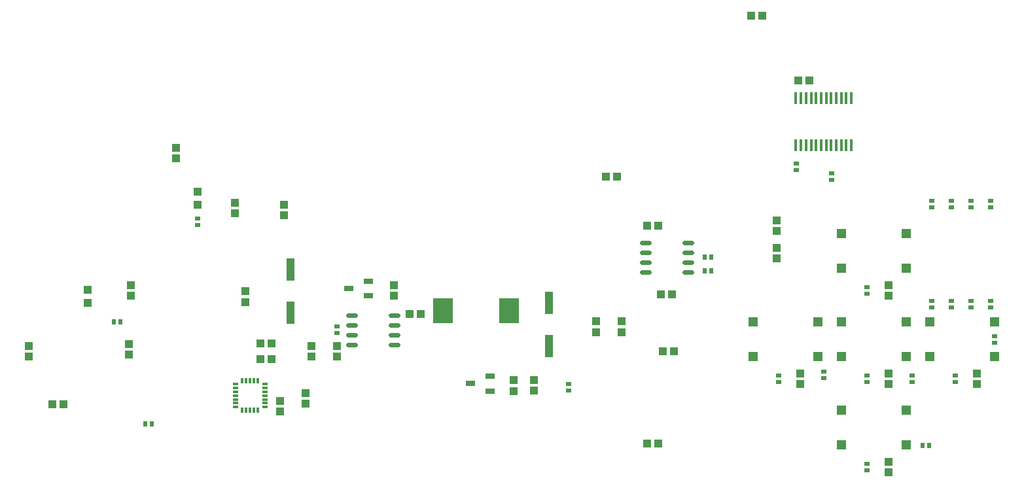
<source format=gtp>
G04 Layer: TopPasteMaskLayer*
G04 EasyEDA v6.3.39, 2020-04-26T20:46:55+02:00*
G04 5968b4f764c641518c6b208976d5c428,06be2ef0334148d99c06ae0550131ac1,10*
G04 Gerber Generator version 0.2*
G04 Scale: 100 percent, Rotated: No, Reflected: No *
G04 Dimensions in inches *
G04 leading zeros omitted , absolute positions ,2 integer and 4 decimal *
%FSLAX24Y24*%
%MOIN*%
G90*
G70D02*

%ADD15C,0.023622*%
%ADD17R,0.039000X0.043000*%
%ADD18R,0.051181X0.051181*%
%ADD19R,0.025590X0.023620*%
%ADD20R,0.043307X0.039370*%
%ADD21R,0.023620X0.025590*%
%ADD22R,0.011810X0.031496*%
%ADD23R,0.031496X0.011810*%
%ADD24R,0.049213X0.027559*%
%ADD25R,0.098400X0.126000*%
%ADD26R,0.039370X0.043307*%
%ADD27R,0.017717X0.064961*%
%ADD28R,0.039370X0.118110*%

%LPD*%
G54D15*
G01X19447Y7228D02*
G01X19809Y7228D01*
G01X19447Y7728D02*
G01X19809Y7728D01*
G01X19447Y8228D02*
G01X19809Y8228D01*
G01X19447Y8728D02*
G01X19809Y8728D01*
G01X17290Y7228D02*
G01X17652Y7228D01*
G01X17290Y7728D02*
G01X17652Y7728D01*
G01X17290Y8228D02*
G01X17652Y8228D01*
G01X17290Y8728D02*
G01X17652Y8728D01*
G01X34397Y10950D02*
G01X34759Y10950D01*
G01X34397Y11450D02*
G01X34759Y11450D01*
G01X34397Y11950D02*
G01X34759Y11950D01*
G01X34397Y12450D02*
G01X34759Y12450D01*
G01X32240Y10950D02*
G01X32602Y10950D01*
G01X32240Y11450D02*
G01X32602Y11450D01*
G01X32240Y11950D02*
G01X32602Y11950D01*
G01X32240Y12450D02*
G01X32602Y12450D01*
G54D17*
G01X9600Y14365D03*
G01X9600Y15034D03*
G01X4000Y9365D03*
G01X4000Y10034D03*
G54D18*
G01X42400Y12899D03*
G01X45707Y12899D03*
G01X42400Y11128D03*
G01X45707Y11128D03*
G01X37900Y8399D03*
G01X41207Y8399D03*
G01X37900Y6628D03*
G01X41207Y6628D03*
G01X42400Y8399D03*
G01X45707Y8399D03*
G01X42400Y6628D03*
G01X45707Y6628D03*
G01X46900Y8399D03*
G01X50207Y8399D03*
G01X46900Y6628D03*
G01X50207Y6628D03*
G01X42400Y3899D03*
G01X45707Y3899D03*
G01X42400Y2128D03*
G01X45707Y2128D03*
G54D19*
G01X40100Y16467D03*
G01X40100Y16132D03*
G54D20*
G01X39100Y13024D03*
G01X39100Y13575D03*
G54D21*
G01X46867Y2100D03*
G01X46533Y2100D03*
G54D19*
G01X41900Y15967D03*
G01X41900Y15632D03*
G01X41500Y5867D03*
G01X41500Y5532D03*
G01X46000Y5667D03*
G01X46000Y5332D03*
G01X50200Y7332D03*
G01X50200Y7667D03*
G01X50000Y9467D03*
G01X50000Y9132D03*
G01X49000Y9467D03*
G01X49000Y9132D03*
G01X48000Y9467D03*
G01X48000Y9132D03*
G01X47000Y9467D03*
G01X47000Y9132D03*
G54D21*
G01X7267Y3200D03*
G01X6933Y3200D03*
G54D19*
G01X50000Y14232D03*
G01X50000Y14567D03*
G01X49000Y14232D03*
G01X49000Y14567D03*
G01X48000Y14232D03*
G01X48000Y14567D03*
G01X47000Y14232D03*
G01X47000Y14567D03*
G01X43700Y10158D03*
G01X43700Y9824D03*
G01X39200Y5667D03*
G01X39200Y5332D03*
G01X43700Y5667D03*
G01X43700Y5332D03*
G01X48200Y5667D03*
G01X48200Y5332D03*
G01X43700Y1167D03*
G01X43700Y832D03*
G54D21*
G01X35767Y11700D03*
G01X35433Y11700D03*
G01X35767Y11000D03*
G01X35433Y11000D03*
G54D20*
G01X31200Y8432D03*
G01X31200Y7881D03*
G01X15400Y6624D03*
G01X15400Y7175D03*
G01X26744Y5443D03*
G01X26744Y4892D03*
G54D22*
G01X11887Y3900D03*
G01X12085Y3900D03*
G01X12478Y3900D03*
G01X12675Y3900D03*
G54D23*
G01X13029Y4647D03*
G01X13029Y4842D03*
G01X13029Y5042D03*
G01X13029Y5238D03*
G54D22*
G01X12675Y5395D03*
G01X12478Y5395D03*
G01X12281Y5395D03*
G01X12084Y5395D03*
G01X11887Y5395D03*
G01X12281Y3898D03*
G54D23*
G01X13029Y4056D03*
G01X13029Y4253D03*
G01X13029Y4450D03*
G01X11533Y4646D03*
G01X11533Y4844D03*
G01X11533Y5041D03*
G01X11533Y5237D03*
G01X11533Y4055D03*
G01X11533Y4253D03*
G01X11533Y4449D03*
G54D24*
G01X17308Y10100D03*
G01X18292Y10473D03*
G01X18292Y9726D03*
G01X23508Y5257D03*
G01X24492Y5631D03*
G01X24492Y4883D03*
G54D25*
G01X22110Y8957D03*
G01X25490Y8957D03*
G54D20*
G01X44800Y9724D03*
G01X44800Y10275D03*
G01X40300Y5224D03*
G01X40300Y5775D03*
G01X44800Y5224D03*
G01X44800Y5775D03*
G01X49300Y5224D03*
G01X49300Y5775D03*
G01X44800Y724D03*
G01X44800Y1275D03*
G54D26*
G01X20975Y8800D03*
G01X20424Y8800D03*
G54D20*
G01X12050Y9954D03*
G01X12050Y9403D03*
G01X15100Y4224D03*
G01X15100Y4775D03*
G54D26*
G01X12824Y6500D03*
G01X13375Y6500D03*
G54D20*
G01X13800Y4375D03*
G01X13800Y3824D03*
G01X29900Y7881D03*
G01X29900Y8432D03*
G01X14000Y13824D03*
G01X14000Y14375D03*
G01X11500Y14475D03*
G01X11500Y13924D03*
G54D26*
G01X2224Y4200D03*
G01X2775Y4200D03*
G01X37824Y24000D03*
G01X38375Y24000D03*
G01X32524Y2200D03*
G01X33075Y2200D03*
G01X30424Y15800D03*
G01X30975Y15800D03*
G01X33224Y9800D03*
G01X33775Y9800D03*
G01X33324Y6900D03*
G01X33875Y6900D03*
G54D20*
G01X8500Y17275D03*
G01X8500Y16724D03*
G01X1000Y7175D03*
G01X1000Y6624D03*
G01X6100Y7275D03*
G01X6100Y6724D03*
G01X6200Y10275D03*
G01X6200Y9724D03*
G01X39100Y12175D03*
G01X39100Y11624D03*
G54D19*
G01X16700Y8167D03*
G01X16700Y7832D03*
G01X28500Y5224D03*
G01X28500Y4890D03*
G01X9600Y13332D03*
G01X9600Y13667D03*
G54D21*
G01X5667Y8400D03*
G01X5333Y8400D03*
G54D27*
G01X40090Y19789D03*
G01X40350Y19789D03*
G01X40600Y19789D03*
G01X40860Y19789D03*
G01X41120Y19789D03*
G01X41370Y19789D03*
G01X41630Y19789D03*
G01X41880Y19789D03*
G01X42140Y19789D03*
G01X42400Y19789D03*
G01X42650Y19789D03*
G01X42910Y19789D03*
G01X42910Y17409D03*
G01X42650Y17409D03*
G01X42400Y17409D03*
G01X42140Y17409D03*
G01X41880Y17409D03*
G01X41630Y17409D03*
G01X41370Y17409D03*
G01X41120Y17409D03*
G01X40860Y17409D03*
G01X40600Y17409D03*
G01X40350Y17409D03*
G01X40090Y17409D03*
G54D26*
G01X12824Y7300D03*
G01X13375Y7300D03*
G54D20*
G01X16700Y6624D03*
G01X16700Y7175D03*
G54D28*
G01X27500Y9359D03*
G01X27500Y7155D03*
G01X14350Y11081D03*
G01X14350Y8876D03*
G54D20*
G01X25700Y4881D03*
G01X25700Y5432D03*
G01X19600Y9724D03*
G01X19600Y10275D03*
G54D26*
G01X40224Y20699D03*
G01X40775Y20699D03*
G01X32524Y13300D03*
G01X33075Y13300D03*
M00*
M02*

</source>
